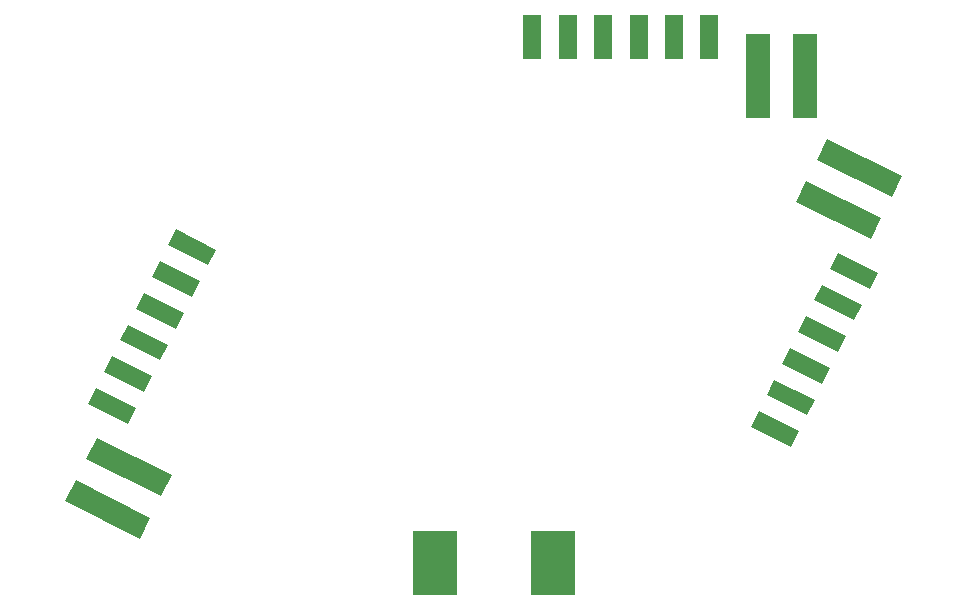
<source format=gbp>
G75*
%MOIN*%
%OFA0B0*%
%FSLAX24Y24*%
%IPPOS*%
%LPD*%
%AMOC8*
5,1,8,0,0,1.08239X$1,22.5*
%
%ADD10R,0.1516X0.2165*%
%ADD11R,0.0591X0.1496*%
%ADD12R,0.2795X0.0787*%
%ADD13R,0.0787X0.2795*%
D10*
X017033Y004058D03*
X020950Y004058D03*
D11*
G36*
X029143Y008446D02*
X028879Y007919D01*
X027543Y008588D01*
X027807Y009115D01*
X029143Y008446D01*
G37*
G36*
X029672Y009503D02*
X029408Y008976D01*
X028072Y009645D01*
X028336Y010172D01*
X029672Y009503D01*
G37*
G36*
X030200Y010559D02*
X029936Y010032D01*
X028600Y010701D01*
X028864Y011228D01*
X030200Y010559D01*
G37*
G36*
X030729Y011615D02*
X030465Y011088D01*
X029129Y011757D01*
X029393Y012284D01*
X030729Y011615D01*
G37*
G36*
X031258Y012671D02*
X030994Y012144D01*
X029658Y012813D01*
X029922Y013340D01*
X031258Y012671D01*
G37*
G36*
X031787Y013727D02*
X031523Y013200D01*
X030187Y013869D01*
X030451Y014396D01*
X031787Y013727D01*
G37*
X026166Y021601D03*
X024984Y021601D03*
X023803Y021601D03*
X022622Y021601D03*
X021441Y021601D03*
X020260Y021601D03*
G36*
X008106Y014648D02*
X008370Y015175D01*
X009706Y014506D01*
X009442Y013979D01*
X008106Y014648D01*
G37*
G36*
X007577Y013592D02*
X007841Y014119D01*
X009177Y013450D01*
X008913Y012923D01*
X007577Y013592D01*
G37*
G36*
X007048Y012536D02*
X007312Y013063D01*
X008648Y012394D01*
X008384Y011867D01*
X007048Y012536D01*
G37*
G36*
X006519Y011480D02*
X006783Y012007D01*
X008119Y011338D01*
X007855Y010811D01*
X006519Y011480D01*
G37*
G36*
X005990Y010424D02*
X006254Y010951D01*
X007590Y010282D01*
X007326Y009755D01*
X005990Y010424D01*
G37*
G36*
X005462Y009367D02*
X005726Y009894D01*
X007062Y009225D01*
X006798Y008698D01*
X005462Y009367D01*
G37*
D12*
G36*
X005037Y006824D02*
X007535Y005574D01*
X007183Y004872D01*
X004685Y006122D01*
X005037Y006824D01*
G37*
G36*
X005742Y008232D02*
X008240Y006982D01*
X007888Y006280D01*
X005390Y007530D01*
X005742Y008232D01*
G37*
G36*
X031539Y014843D02*
X029041Y016093D01*
X029393Y016795D01*
X031891Y015545D01*
X031539Y014843D01*
G37*
G36*
X032244Y016251D02*
X029746Y017501D01*
X030098Y018203D01*
X032596Y016953D01*
X032244Y016251D01*
G37*
D13*
X029345Y020296D03*
X027770Y020296D03*
M02*

</source>
